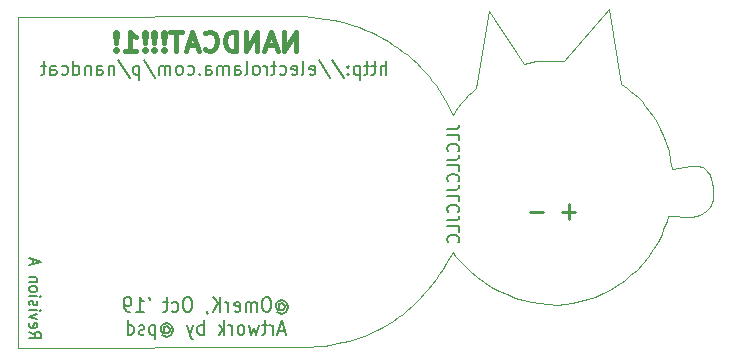
<source format=gbr>
G04 This is an RS-274x file exported by *
G04 gerbv version 2.6A *
G04 More information is available about gerbv at *
G04 http://gerbv.geda-project.org/ *
G04 --End of header info--*
%MOIN*%
%FSLAX34Y34*%
%IPPOS*%
G04 --Define apertures--*
%ADD10C,0.0059*%
%ADD11C,0.0108*%
%ADD12C,0.0157*%
%ADD13C,0.0039*%
G04 --Start main section--*
G54D10*
G01X0010452Y-019305D02*
G01X0010639Y-019424D01*
G01X0010452Y-019508D02*
G01X0010846Y-019508D01*
G01X0010846Y-019508D02*
G01X0010846Y-019373D01*
G01X0010846Y-019373D02*
G01X0010827Y-019339D01*
G01X0010827Y-019339D02*
G01X0010808Y-019322D01*
G01X0010808Y-019322D02*
G01X0010771Y-019305D01*
G01X0010771Y-019305D02*
G01X0010714Y-019305D01*
G01X0010714Y-019305D02*
G01X0010677Y-019322D01*
G01X0010677Y-019322D02*
G01X0010658Y-019339D01*
G01X0010658Y-019339D02*
G01X0010639Y-019373D01*
G01X0010639Y-019373D02*
G01X0010639Y-019508D01*
G01X0010471Y-019019D02*
G01X0010452Y-019052D01*
G01X0010452Y-019052D02*
G01X0010452Y-019120D01*
G01X0010452Y-019120D02*
G01X0010471Y-019154D01*
G01X0010471Y-019154D02*
G01X0010508Y-019170D01*
G01X0010508Y-019170D02*
G01X0010658Y-019170D01*
G01X0010658Y-019170D02*
G01X0010696Y-019154D01*
G01X0010696Y-019154D02*
G01X0010714Y-019120D01*
G01X0010714Y-019120D02*
G01X0010714Y-019052D01*
G01X0010714Y-019052D02*
G01X0010696Y-019019D01*
G01X0010696Y-019019D02*
G01X0010658Y-019002D01*
G01X0010658Y-019002D02*
G01X0010621Y-019002D01*
G01X0010621Y-019002D02*
G01X0010583Y-019170D01*
G01X0010714Y-018884D02*
G01X0010452Y-018799D01*
G01X0010452Y-018799D02*
G01X0010714Y-018715D01*
G01X0010452Y-018580D02*
G01X0010714Y-018580D01*
G01X0010846Y-018580D02*
G01X0010827Y-018597D01*
G01X0010827Y-018597D02*
G01X0010808Y-018580D01*
G01X0010808Y-018580D02*
G01X0010827Y-018563D01*
G01X0010827Y-018563D02*
G01X0010846Y-018580D01*
G01X0010846Y-018580D02*
G01X0010808Y-018580D01*
G01X0010471Y-018428D02*
G01X0010452Y-018394D01*
G01X0010452Y-018394D02*
G01X0010452Y-018327D01*
G01X0010452Y-018327D02*
G01X0010471Y-018293D01*
G01X0010471Y-018293D02*
G01X0010508Y-018276D01*
G01X0010508Y-018276D02*
G01X0010527Y-018276D01*
G01X0010527Y-018276D02*
G01X0010564Y-018293D01*
G01X0010564Y-018293D02*
G01X0010583Y-018327D01*
G01X0010583Y-018327D02*
G01X0010583Y-018377D01*
G01X0010583Y-018377D02*
G01X0010602Y-018411D01*
G01X0010602Y-018411D02*
G01X0010639Y-018428D01*
G01X0010639Y-018428D02*
G01X0010658Y-018428D01*
G01X0010658Y-018428D02*
G01X0010696Y-018411D01*
G01X0010696Y-018411D02*
G01X0010714Y-018377D01*
G01X0010714Y-018377D02*
G01X0010714Y-018327D01*
G01X0010714Y-018327D02*
G01X0010696Y-018293D01*
G01X0010452Y-018124D02*
G01X0010714Y-018124D01*
G01X0010846Y-018124D02*
G01X0010827Y-018141D01*
G01X0010827Y-018141D02*
G01X0010808Y-018124D01*
G01X0010808Y-018124D02*
G01X0010827Y-018107D01*
G01X0010827Y-018107D02*
G01X0010846Y-018124D01*
G01X0010846Y-018124D02*
G01X0010808Y-018124D01*
G01X0010452Y-017905D02*
G01X0010471Y-017939D01*
G01X0010471Y-017939D02*
G01X0010489Y-017956D01*
G01X0010489Y-017956D02*
G01X0010527Y-017972D01*
G01X0010527Y-017972D02*
G01X0010639Y-017972D01*
G01X0010639Y-017972D02*
G01X0010677Y-017956D01*
G01X0010677Y-017956D02*
G01X0010696Y-017939D01*
G01X0010696Y-017939D02*
G01X0010714Y-017905D01*
G01X0010714Y-017905D02*
G01X0010714Y-017854D01*
G01X0010714Y-017854D02*
G01X0010696Y-017821D01*
G01X0010696Y-017821D02*
G01X0010677Y-017804D01*
G01X0010677Y-017804D02*
G01X0010639Y-017787D01*
G01X0010639Y-017787D02*
G01X0010527Y-017787D01*
G01X0010527Y-017787D02*
G01X0010489Y-017804D01*
G01X0010489Y-017804D02*
G01X0010471Y-017821D01*
G01X0010471Y-017821D02*
G01X0010452Y-017854D01*
G01X0010452Y-017854D02*
G01X0010452Y-017905D01*
G01X0010714Y-017635D02*
G01X0010452Y-017635D01*
G01X0010677Y-017635D02*
G01X0010696Y-017618D01*
G01X0010696Y-017618D02*
G01X0010714Y-017584D01*
G01X0010714Y-017584D02*
G01X0010714Y-017534D01*
G01X0010714Y-017534D02*
G01X0010696Y-017500D01*
G01X0010696Y-017500D02*
G01X0010658Y-017483D01*
G01X0010658Y-017483D02*
G01X0010452Y-017483D01*
G01X0010564Y-017061D02*
G01X0010564Y-016893D01*
G01X0010452Y-017095D02*
G01X0010846Y-016977D01*
G01X0010846Y-016977D02*
G01X0010452Y-016859D01*
G54D11*
G01X0027580Y-015304D02*
G01X0027145Y-015304D01*
G01X0028662Y-015304D02*
G01X0028227Y-015304D01*
G01X0028445Y-015559D02*
G01X0028445Y-015049D01*
G54D12*
G01X0019334Y-009931D02*
G01X0019334Y-009301D01*
G01X0019334Y-009301D02*
G01X0018952Y-009931D01*
G01X0018952Y-009931D02*
G01X0018952Y-009301D01*
G01X0018665Y-009751D02*
G01X0018346Y-009751D01*
G01X0018729Y-009931D02*
G01X0018506Y-009301D01*
G01X0018506Y-009301D02*
G01X0018283Y-009931D01*
G01X0018060Y-009931D02*
G01X0018060Y-009301D01*
G01X0018060Y-009301D02*
G01X0017677Y-009931D01*
G01X0017677Y-009931D02*
G01X0017677Y-009301D01*
G01X0017358Y-009931D02*
G01X0017358Y-009301D01*
G01X0017358Y-009301D02*
G01X0017199Y-009301D01*
G01X0017199Y-009301D02*
G01X0017103Y-009331D01*
G01X0017103Y-009331D02*
G01X0017040Y-009391D01*
G01X0017040Y-009391D02*
G01X0017008Y-009451D01*
G01X0017008Y-009451D02*
G01X0016976Y-009571D01*
G01X0016976Y-009571D02*
G01X0016976Y-009661D01*
G01X0016976Y-009661D02*
G01X0017008Y-009781D01*
G01X0017008Y-009781D02*
G01X0017040Y-009841D01*
G01X0017040Y-009841D02*
G01X0017103Y-009901D01*
G01X0017103Y-009901D02*
G01X0017199Y-009931D01*
G01X0017199Y-009931D02*
G01X0017358Y-009931D01*
G01X0016307Y-009871D02*
G01X0016339Y-009901D01*
G01X0016339Y-009901D02*
G01X0016434Y-009931D01*
G01X0016434Y-009931D02*
G01X0016498Y-009931D01*
G01X0016498Y-009931D02*
G01X0016594Y-009901D01*
G01X0016594Y-009901D02*
G01X0016657Y-009841D01*
G01X0016657Y-009841D02*
G01X0016689Y-009781D01*
G01X0016689Y-009781D02*
G01X0016721Y-009661D01*
G01X0016721Y-009661D02*
G01X0016721Y-009571D01*
G01X0016721Y-009571D02*
G01X0016689Y-009451D01*
G01X0016689Y-009451D02*
G01X0016657Y-009391D01*
G01X0016657Y-009391D02*
G01X0016594Y-009331D01*
G01X0016594Y-009331D02*
G01X0016498Y-009301D01*
G01X0016498Y-009301D02*
G01X0016434Y-009301D01*
G01X0016434Y-009301D02*
G01X0016339Y-009331D01*
G01X0016339Y-009331D02*
G01X0016307Y-009361D01*
G01X0016052Y-009751D02*
G01X0015733Y-009751D01*
G01X0016115Y-009931D02*
G01X0015892Y-009301D01*
G01X0015892Y-009301D02*
G01X0015669Y-009931D01*
G01X0015542Y-009301D02*
G01X0015159Y-009301D01*
G01X0015351Y-009931D02*
G01X0015351Y-009301D01*
G01X0014936Y-009871D02*
G01X0014904Y-009901D01*
G01X0014904Y-009901D02*
G01X0014936Y-009931D01*
G01X0014936Y-009931D02*
G01X0014968Y-009901D01*
G01X0014968Y-009901D02*
G01X0014936Y-009871D01*
G01X0014936Y-009871D02*
G01X0014936Y-009931D01*
G01X0014936Y-009691D02*
G01X0014968Y-009331D01*
G01X0014968Y-009331D02*
G01X0014936Y-009301D01*
G01X0014936Y-009301D02*
G01X0014904Y-009331D01*
G01X0014904Y-009331D02*
G01X0014936Y-009691D01*
G01X0014936Y-009691D02*
G01X0014936Y-009301D01*
G01X0014618Y-009871D02*
G01X0014586Y-009901D01*
G01X0014586Y-009901D02*
G01X0014618Y-009931D01*
G01X0014618Y-009931D02*
G01X0014649Y-009901D01*
G01X0014649Y-009901D02*
G01X0014618Y-009871D01*
G01X0014618Y-009871D02*
G01X0014618Y-009931D01*
G01X0014618Y-009691D02*
G01X0014649Y-009331D01*
G01X0014649Y-009331D02*
G01X0014618Y-009301D01*
G01X0014618Y-009301D02*
G01X0014586Y-009331D01*
G01X0014586Y-009331D02*
G01X0014618Y-009691D01*
G01X0014618Y-009691D02*
G01X0014618Y-009301D01*
G01X0014299Y-009871D02*
G01X0014267Y-009901D01*
G01X0014267Y-009901D02*
G01X0014299Y-009931D01*
G01X0014299Y-009931D02*
G01X0014331Y-009901D01*
G01X0014331Y-009901D02*
G01X0014299Y-009871D01*
G01X0014299Y-009871D02*
G01X0014299Y-009931D01*
G01X0014299Y-009691D02*
G01X0014331Y-009331D01*
G01X0014331Y-009331D02*
G01X0014299Y-009301D01*
G01X0014299Y-009301D02*
G01X0014267Y-009331D01*
G01X0014267Y-009331D02*
G01X0014299Y-009691D01*
G01X0014299Y-009691D02*
G01X0014299Y-009301D01*
G01X0013630Y-009931D02*
G01X0014012Y-009931D01*
G01X0013821Y-009931D02*
G01X0013821Y-009301D01*
G01X0013821Y-009301D02*
G01X0013885Y-009391D01*
G01X0013885Y-009391D02*
G01X0013948Y-009451D01*
G01X0013948Y-009451D02*
G01X0014012Y-009481D01*
G01X0013343Y-009871D02*
G01X0013311Y-009901D01*
G01X0013311Y-009901D02*
G01X0013343Y-009931D01*
G01X0013343Y-009931D02*
G01X0013375Y-009901D01*
G01X0013375Y-009901D02*
G01X0013343Y-009871D01*
G01X0013343Y-009871D02*
G01X0013343Y-009931D01*
G01X0013343Y-009691D02*
G01X0013375Y-009331D01*
G01X0013375Y-009331D02*
G01X0013343Y-009301D01*
G01X0013343Y-009301D02*
G01X0013311Y-009331D01*
G01X0013311Y-009331D02*
G01X0013343Y-009691D01*
G01X0013343Y-009691D02*
G01X0013343Y-009301D01*
G54D10*
G01X0018782Y-018404D02*
G01X0018803Y-018382D01*
G01X0018803Y-018382D02*
G01X0018844Y-018359D01*
G01X0018844Y-018359D02*
G01X0018885Y-018359D01*
G01X0018885Y-018359D02*
G01X0018927Y-018382D01*
G01X0018927Y-018382D02*
G01X0018947Y-018404D01*
G01X0018947Y-018404D02*
G01X0018968Y-018449D01*
G01X0018968Y-018449D02*
G01X0018968Y-018494D01*
G01X0018968Y-018494D02*
G01X0018947Y-018539D01*
G01X0018947Y-018539D02*
G01X0018927Y-018562D01*
G01X0018927Y-018562D02*
G01X0018885Y-018584D01*
G01X0018885Y-018584D02*
G01X0018844Y-018584D01*
G01X0018844Y-018584D02*
G01X0018803Y-018562D01*
G01X0018803Y-018562D02*
G01X0018782Y-018539D01*
G01X0018782Y-018359D02*
G01X0018782Y-018539D01*
G01X0018782Y-018539D02*
G01X0018762Y-018562D01*
G01X0018762Y-018562D02*
G01X0018741Y-018562D01*
G01X0018741Y-018562D02*
G01X0018700Y-018539D01*
G01X0018700Y-018539D02*
G01X0018679Y-018494D01*
G01X0018679Y-018494D02*
G01X0018679Y-018382D01*
G01X0018679Y-018382D02*
G01X0018720Y-018314D01*
G01X0018720Y-018314D02*
G01X0018782Y-018269D01*
G01X0018782Y-018269D02*
G01X0018865Y-018247D01*
G01X0018865Y-018247D02*
G01X0018947Y-018269D01*
G01X0018947Y-018269D02*
G01X0019009Y-018314D01*
G01X0019009Y-018314D02*
G01X0019050Y-018382D01*
G01X0019050Y-018382D02*
G01X0019071Y-018472D01*
G01X0019071Y-018472D02*
G01X0019050Y-018562D01*
G01X0019050Y-018562D02*
G01X0019009Y-018629D01*
G01X0019009Y-018629D02*
G01X0018947Y-018674D01*
G01X0018947Y-018674D02*
G01X0018865Y-018697D01*
G01X0018865Y-018697D02*
G01X0018782Y-018674D01*
G01X0018782Y-018674D02*
G01X0018720Y-018629D01*
G01X0018411Y-018157D02*
G01X0018329Y-018157D01*
G01X0018329Y-018157D02*
G01X0018287Y-018179D01*
G01X0018287Y-018179D02*
G01X0018246Y-018224D01*
G01X0018246Y-018224D02*
G01X0018226Y-018314D01*
G01X0018226Y-018314D02*
G01X0018226Y-018472D01*
G01X0018226Y-018472D02*
G01X0018246Y-018562D01*
G01X0018246Y-018562D02*
G01X0018287Y-018607D01*
G01X0018287Y-018607D02*
G01X0018329Y-018629D01*
G01X0018329Y-018629D02*
G01X0018411Y-018629D01*
G01X0018411Y-018629D02*
G01X0018452Y-018607D01*
G01X0018452Y-018607D02*
G01X0018494Y-018562D01*
G01X0018494Y-018562D02*
G01X0018514Y-018472D01*
G01X0018514Y-018472D02*
G01X0018514Y-018314D01*
G01X0018514Y-018314D02*
G01X0018494Y-018224D01*
G01X0018494Y-018224D02*
G01X0018452Y-018179D01*
G01X0018452Y-018179D02*
G01X0018411Y-018157D01*
G01X0018040Y-018629D02*
G01X0018040Y-018314D01*
G01X0018040Y-018359D02*
G01X0018019Y-018337D01*
G01X0018019Y-018337D02*
G01X0017978Y-018314D01*
G01X0017978Y-018314D02*
G01X0017916Y-018314D01*
G01X0017916Y-018314D02*
G01X0017875Y-018337D01*
G01X0017875Y-018337D02*
G01X0017854Y-018382D01*
G01X0017854Y-018382D02*
G01X0017854Y-018629D01*
G01X0017854Y-018382D02*
G01X0017834Y-018337D01*
G01X0017834Y-018337D02*
G01X0017792Y-018314D01*
G01X0017792Y-018314D02*
G01X0017731Y-018314D01*
G01X0017731Y-018314D02*
G01X0017689Y-018337D01*
G01X0017689Y-018337D02*
G01X0017669Y-018382D01*
G01X0017669Y-018382D02*
G01X0017669Y-018629D01*
G01X0017298Y-018607D02*
G01X0017339Y-018629D01*
G01X0017339Y-018629D02*
G01X0017421Y-018629D01*
G01X0017421Y-018629D02*
G01X0017463Y-018607D01*
G01X0017463Y-018607D02*
G01X0017483Y-018562D01*
G01X0017483Y-018562D02*
G01X0017483Y-018382D01*
G01X0017483Y-018382D02*
G01X0017463Y-018337D01*
G01X0017463Y-018337D02*
G01X0017421Y-018314D01*
G01X0017421Y-018314D02*
G01X0017339Y-018314D01*
G01X0017339Y-018314D02*
G01X0017298Y-018337D01*
G01X0017298Y-018337D02*
G01X0017277Y-018382D01*
G01X0017277Y-018382D02*
G01X0017277Y-018427D01*
G01X0017277Y-018427D02*
G01X0017483Y-018472D01*
G01X0017091Y-018629D02*
G01X0017091Y-018314D01*
G01X0017091Y-018404D02*
G01X0017071Y-018359D01*
G01X0017071Y-018359D02*
G01X0017050Y-018337D01*
G01X0017050Y-018337D02*
G01X0017009Y-018314D01*
G01X0017009Y-018314D02*
G01X0016968Y-018314D01*
G01X0016823Y-018629D02*
G01X0016823Y-018157D01*
G01X0016576Y-018629D02*
G01X0016761Y-018359D01*
G01X0016576Y-018157D02*
G01X0016823Y-018427D01*
G01X0016370Y-018607D02*
G01X0016370Y-018629D01*
G01X0016370Y-018629D02*
G01X0016390Y-018674D01*
G01X0016390Y-018674D02*
G01X0016411Y-018697D01*
G01X0015771Y-018157D02*
G01X0015689Y-018157D01*
G01X0015689Y-018157D02*
G01X0015648Y-018179D01*
G01X0015648Y-018179D02*
G01X0015606Y-018224D01*
G01X0015606Y-018224D02*
G01X0015586Y-018314D01*
G01X0015586Y-018314D02*
G01X0015586Y-018472D01*
G01X0015586Y-018472D02*
G01X0015606Y-018562D01*
G01X0015606Y-018562D02*
G01X0015648Y-018607D01*
G01X0015648Y-018607D02*
G01X0015689Y-018629D01*
G01X0015689Y-018629D02*
G01X0015771Y-018629D01*
G01X0015771Y-018629D02*
G01X0015813Y-018607D01*
G01X0015813Y-018607D02*
G01X0015854Y-018562D01*
G01X0015854Y-018562D02*
G01X0015875Y-018472D01*
G01X0015875Y-018472D02*
G01X0015875Y-018314D01*
G01X0015875Y-018314D02*
G01X0015854Y-018224D01*
G01X0015854Y-018224D02*
G01X0015813Y-018179D01*
G01X0015813Y-018179D02*
G01X0015771Y-018157D01*
G01X0015215Y-018607D02*
G01X0015256Y-018629D01*
G01X0015256Y-018629D02*
G01X0015338Y-018629D01*
G01X0015338Y-018629D02*
G01X0015380Y-018607D01*
G01X0015380Y-018607D02*
G01X0015400Y-018584D01*
G01X0015400Y-018584D02*
G01X0015421Y-018539D01*
G01X0015421Y-018539D02*
G01X0015421Y-018404D01*
G01X0015421Y-018404D02*
G01X0015400Y-018359D01*
G01X0015400Y-018359D02*
G01X0015380Y-018337D01*
G01X0015380Y-018337D02*
G01X0015338Y-018314D01*
G01X0015338Y-018314D02*
G01X0015256Y-018314D01*
G01X0015256Y-018314D02*
G01X0015215Y-018337D01*
G01X0015091Y-018314D02*
G01X0014926Y-018314D01*
G01X0015029Y-018157D02*
G01X0015029Y-018562D01*
G01X0015029Y-018562D02*
G01X0015008Y-018607D01*
G01X0015008Y-018607D02*
G01X0014967Y-018629D01*
G01X0014967Y-018629D02*
G01X0014926Y-018629D01*
G01X0014431Y-018157D02*
G01X0014472Y-018247D01*
G01X0014019Y-018629D02*
G01X0014266Y-018629D01*
G01X0014142Y-018629D02*
G01X0014142Y-018157D01*
G01X0014142Y-018157D02*
G01X0014184Y-018224D01*
G01X0014184Y-018224D02*
G01X0014225Y-018269D01*
G01X0014225Y-018269D02*
G01X0014266Y-018292D01*
G01X0013812Y-018629D02*
G01X0013730Y-018629D01*
G01X0013730Y-018629D02*
G01X0013689Y-018607D01*
G01X0013689Y-018607D02*
G01X0013668Y-018584D01*
G01X0013668Y-018584D02*
G01X0013627Y-018517D01*
G01X0013627Y-018517D02*
G01X0013606Y-018427D01*
G01X0013606Y-018427D02*
G01X0013606Y-018247D01*
G01X0013606Y-018247D02*
G01X0013627Y-018202D01*
G01X0013627Y-018202D02*
G01X0013647Y-018179D01*
G01X0013647Y-018179D02*
G01X0013689Y-018157D01*
G01X0013689Y-018157D02*
G01X0013771Y-018157D01*
G01X0013771Y-018157D02*
G01X0013812Y-018179D01*
G01X0013812Y-018179D02*
G01X0013833Y-018202D01*
G01X0013833Y-018202D02*
G01X0013854Y-018247D01*
G01X0013854Y-018247D02*
G01X0013854Y-018359D01*
G01X0013854Y-018359D02*
G01X0013833Y-018404D01*
G01X0013833Y-018404D02*
G01X0013812Y-018427D01*
G01X0013812Y-018427D02*
G01X0013771Y-018449D01*
G01X0013771Y-018449D02*
G01X0013689Y-018449D01*
G01X0013689Y-018449D02*
G01X0013647Y-018427D01*
G01X0013647Y-018427D02*
G01X0013627Y-018404D01*
G01X0013627Y-018404D02*
G01X0013606Y-018359D01*
G01X0018968Y-019262D02*
G01X0018762Y-019262D01*
G01X0019009Y-019397D02*
G01X0018865Y-018924D01*
G01X0018865Y-018924D02*
G01X0018720Y-019397D01*
G01X0018576Y-019397D02*
G01X0018576Y-019082D01*
G01X0018576Y-019172D02*
G01X0018555Y-019127D01*
G01X0018555Y-019127D02*
G01X0018535Y-019104D01*
G01X0018535Y-019104D02*
G01X0018494Y-019082D01*
G01X0018494Y-019082D02*
G01X0018452Y-019082D01*
G01X0018370Y-019082D02*
G01X0018205Y-019082D01*
G01X0018308Y-018924D02*
G01X0018308Y-019329D01*
G01X0018308Y-019329D02*
G01X0018287Y-019374D01*
G01X0018287Y-019374D02*
G01X0018246Y-019397D01*
G01X0018246Y-019397D02*
G01X0018205Y-019397D01*
G01X0018102Y-019082D02*
G01X0018019Y-019397D01*
G01X0018019Y-019397D02*
G01X0017937Y-019172D01*
G01X0017937Y-019172D02*
G01X0017854Y-019397D01*
G01X0017854Y-019397D02*
G01X0017772Y-019082D01*
G01X0017545Y-019397D02*
G01X0017586Y-019374D01*
G01X0017586Y-019374D02*
G01X0017607Y-019352D01*
G01X0017607Y-019352D02*
G01X0017627Y-019307D01*
G01X0017627Y-019307D02*
G01X0017627Y-019172D01*
G01X0017627Y-019172D02*
G01X0017607Y-019127D01*
G01X0017607Y-019127D02*
G01X0017586Y-019104D01*
G01X0017586Y-019104D02*
G01X0017545Y-019082D01*
G01X0017545Y-019082D02*
G01X0017483Y-019082D01*
G01X0017483Y-019082D02*
G01X0017442Y-019104D01*
G01X0017442Y-019104D02*
G01X0017421Y-019127D01*
G01X0017421Y-019127D02*
G01X0017401Y-019172D01*
G01X0017401Y-019172D02*
G01X0017401Y-019307D01*
G01X0017401Y-019307D02*
G01X0017421Y-019352D01*
G01X0017421Y-019352D02*
G01X0017442Y-019374D01*
G01X0017442Y-019374D02*
G01X0017483Y-019397D01*
G01X0017483Y-019397D02*
G01X0017545Y-019397D01*
G01X0017215Y-019397D02*
G01X0017215Y-019082D01*
G01X0017215Y-019172D02*
G01X0017194Y-019127D01*
G01X0017194Y-019127D02*
G01X0017174Y-019104D01*
G01X0017174Y-019104D02*
G01X0017133Y-019082D01*
G01X0017133Y-019082D02*
G01X0017091Y-019082D01*
G01X0016947Y-019397D02*
G01X0016947Y-018924D01*
G01X0016906Y-019217D02*
G01X0016782Y-019397D01*
G01X0016782Y-019082D02*
G01X0016947Y-019262D01*
G01X0016266Y-019397D02*
G01X0016266Y-018924D01*
G01X0016266Y-019104D02*
G01X0016225Y-019082D01*
G01X0016225Y-019082D02*
G01X0016143Y-019082D01*
G01X0016143Y-019082D02*
G01X0016101Y-019104D01*
G01X0016101Y-019104D02*
G01X0016081Y-019127D01*
G01X0016081Y-019127D02*
G01X0016060Y-019172D01*
G01X0016060Y-019172D02*
G01X0016060Y-019307D01*
G01X0016060Y-019307D02*
G01X0016081Y-019352D01*
G01X0016081Y-019352D02*
G01X0016101Y-019374D01*
G01X0016101Y-019374D02*
G01X0016143Y-019397D01*
G01X0016143Y-019397D02*
G01X0016225Y-019397D01*
G01X0016225Y-019397D02*
G01X0016266Y-019374D01*
G01X0015916Y-019082D02*
G01X0015813Y-019397D01*
G01X0015710Y-019082D02*
G01X0015813Y-019397D01*
G01X0015813Y-019397D02*
G01X0015854Y-019509D01*
G01X0015854Y-019509D02*
G01X0015875Y-019532D01*
G01X0015875Y-019532D02*
G01X0015916Y-019554D01*
G01X0014947Y-019172D02*
G01X0014967Y-019149D01*
G01X0014967Y-019149D02*
G01X0015008Y-019127D01*
G01X0015008Y-019127D02*
G01X0015050Y-019127D01*
G01X0015050Y-019127D02*
G01X0015091Y-019149D01*
G01X0015091Y-019149D02*
G01X0015112Y-019172D01*
G01X0015112Y-019172D02*
G01X0015132Y-019217D01*
G01X0015132Y-019217D02*
G01X0015132Y-019262D01*
G01X0015132Y-019262D02*
G01X0015112Y-019307D01*
G01X0015112Y-019307D02*
G01X0015091Y-019329D01*
G01X0015091Y-019329D02*
G01X0015050Y-019352D01*
G01X0015050Y-019352D02*
G01X0015008Y-019352D01*
G01X0015008Y-019352D02*
G01X0014967Y-019329D01*
G01X0014967Y-019329D02*
G01X0014947Y-019307D01*
G01X0014947Y-019127D02*
G01X0014947Y-019307D01*
G01X0014947Y-019307D02*
G01X0014926Y-019329D01*
G01X0014926Y-019329D02*
G01X0014905Y-019329D01*
G01X0014905Y-019329D02*
G01X0014864Y-019307D01*
G01X0014864Y-019307D02*
G01X0014843Y-019262D01*
G01X0014843Y-019262D02*
G01X0014843Y-019149D01*
G01X0014843Y-019149D02*
G01X0014885Y-019082D01*
G01X0014885Y-019082D02*
G01X0014947Y-019037D01*
G01X0014947Y-019037D02*
G01X0015029Y-019014D01*
G01X0015029Y-019014D02*
G01X0015112Y-019037D01*
G01X0015112Y-019037D02*
G01X0015173Y-019082D01*
G01X0015173Y-019082D02*
G01X0015215Y-019149D01*
G01X0015215Y-019149D02*
G01X0015235Y-019239D01*
G01X0015235Y-019239D02*
G01X0015215Y-019329D01*
G01X0015215Y-019329D02*
G01X0015173Y-019397D01*
G01X0015173Y-019397D02*
G01X0015112Y-019442D01*
G01X0015112Y-019442D02*
G01X0015029Y-019464D01*
G01X0015029Y-019464D02*
G01X0014947Y-019442D01*
G01X0014947Y-019442D02*
G01X0014885Y-019397D01*
G01X0014658Y-019082D02*
G01X0014658Y-019554D01*
G01X0014658Y-019104D02*
G01X0014617Y-019082D01*
G01X0014617Y-019082D02*
G01X0014534Y-019082D01*
G01X0014534Y-019082D02*
G01X0014493Y-019104D01*
G01X0014493Y-019104D02*
G01X0014472Y-019127D01*
G01X0014472Y-019127D02*
G01X0014452Y-019172D01*
G01X0014452Y-019172D02*
G01X0014452Y-019307D01*
G01X0014452Y-019307D02*
G01X0014472Y-019352D01*
G01X0014472Y-019352D02*
G01X0014493Y-019374D01*
G01X0014493Y-019374D02*
G01X0014534Y-019397D01*
G01X0014534Y-019397D02*
G01X0014617Y-019397D01*
G01X0014617Y-019397D02*
G01X0014658Y-019374D01*
G01X0014287Y-019374D02*
G01X0014245Y-019397D01*
G01X0014245Y-019397D02*
G01X0014163Y-019397D01*
G01X0014163Y-019397D02*
G01X0014122Y-019374D01*
G01X0014122Y-019374D02*
G01X0014101Y-019329D01*
G01X0014101Y-019329D02*
G01X0014101Y-019307D01*
G01X0014101Y-019307D02*
G01X0014122Y-019262D01*
G01X0014122Y-019262D02*
G01X0014163Y-019239D01*
G01X0014163Y-019239D02*
G01X0014225Y-019239D01*
G01X0014225Y-019239D02*
G01X0014266Y-019217D01*
G01X0014266Y-019217D02*
G01X0014287Y-019172D01*
G01X0014287Y-019172D02*
G01X0014287Y-019149D01*
G01X0014287Y-019149D02*
G01X0014266Y-019104D01*
G01X0014266Y-019104D02*
G01X0014225Y-019082D01*
G01X0014225Y-019082D02*
G01X0014163Y-019082D01*
G01X0014163Y-019082D02*
G01X0014122Y-019104D01*
G01X0013730Y-019397D02*
G01X0013730Y-018924D01*
G01X0013730Y-019374D02*
G01X0013771Y-019397D01*
G01X0013771Y-019397D02*
G01X0013854Y-019397D01*
G01X0013854Y-019397D02*
G01X0013895Y-019374D01*
G01X0013895Y-019374D02*
G01X0013915Y-019352D01*
G01X0013915Y-019352D02*
G01X0013936Y-019307D01*
G01X0013936Y-019307D02*
G01X0013936Y-019172D01*
G01X0013936Y-019172D02*
G01X0013915Y-019127D01*
G01X0013915Y-019127D02*
G01X0013895Y-019104D01*
G01X0013895Y-019104D02*
G01X0013854Y-019082D01*
G01X0013854Y-019082D02*
G01X0013771Y-019082D01*
G01X0013771Y-019082D02*
G01X0013730Y-019104D01*
G01X0022357Y-010745D02*
G01X0022357Y-010273D01*
G01X0022171Y-010745D02*
G01X0022171Y-010498D01*
G01X0022171Y-010498D02*
G01X0022192Y-010453D01*
G01X0022192Y-010453D02*
G01X0022233Y-010430D01*
G01X0022233Y-010430D02*
G01X0022295Y-010430D01*
G01X0022295Y-010430D02*
G01X0022336Y-010453D01*
G01X0022336Y-010453D02*
G01X0022357Y-010475D01*
G01X0022027Y-010430D02*
G01X0021862Y-010430D01*
G01X0021965Y-010273D02*
G01X0021965Y-010678D01*
G01X0021965Y-010678D02*
G01X0021944Y-010723D01*
G01X0021944Y-010723D02*
G01X0021903Y-010745D01*
G01X0021903Y-010745D02*
G01X0021862Y-010745D01*
G01X0021779Y-010430D02*
G01X0021614Y-010430D01*
G01X0021717Y-010273D02*
G01X0021717Y-010678D01*
G01X0021717Y-010678D02*
G01X0021697Y-010723D01*
G01X0021697Y-010723D02*
G01X0021655Y-010745D01*
G01X0021655Y-010745D02*
G01X0021614Y-010745D01*
G01X0021470Y-010430D02*
G01X0021470Y-010903D01*
G01X0021470Y-010453D02*
G01X0021429Y-010430D01*
G01X0021429Y-010430D02*
G01X0021346Y-010430D01*
G01X0021346Y-010430D02*
G01X0021305Y-010453D01*
G01X0021305Y-010453D02*
G01X0021284Y-010475D01*
G01X0021284Y-010475D02*
G01X0021264Y-010520D01*
G01X0021264Y-010520D02*
G01X0021264Y-010655D01*
G01X0021264Y-010655D02*
G01X0021284Y-010700D01*
G01X0021284Y-010700D02*
G01X0021305Y-010723D01*
G01X0021305Y-010723D02*
G01X0021346Y-010745D01*
G01X0021346Y-010745D02*
G01X0021429Y-010745D01*
G01X0021429Y-010745D02*
G01X0021470Y-010723D01*
G01X0021078Y-010700D02*
G01X0021057Y-010723D01*
G01X0021057Y-010723D02*
G01X0021078Y-010745D01*
G01X0021078Y-010745D02*
G01X0021099Y-010723D01*
G01X0021099Y-010723D02*
G01X0021078Y-010700D01*
G01X0021078Y-010700D02*
G01X0021078Y-010745D01*
G01X0021078Y-010453D02*
G01X0021057Y-010475D01*
G01X0021057Y-010475D02*
G01X0021078Y-010498D01*
G01X0021078Y-010498D02*
G01X0021099Y-010475D01*
G01X0021099Y-010475D02*
G01X0021078Y-010453D01*
G01X0021078Y-010453D02*
G01X0021078Y-010498D01*
G01X0020562Y-010250D02*
G01X0020934Y-010858D01*
G01X0020109Y-010250D02*
G01X0020480Y-010858D01*
G01X0019799Y-010723D02*
G01X0019841Y-010745D01*
G01X0019841Y-010745D02*
G01X0019923Y-010745D01*
G01X0019923Y-010745D02*
G01X0019964Y-010723D01*
G01X0019964Y-010723D02*
G01X0019985Y-010678D01*
G01X0019985Y-010678D02*
G01X0019985Y-010498D01*
G01X0019985Y-010498D02*
G01X0019964Y-010453D01*
G01X0019964Y-010453D02*
G01X0019923Y-010430D01*
G01X0019923Y-010430D02*
G01X0019841Y-010430D01*
G01X0019841Y-010430D02*
G01X0019799Y-010453D01*
G01X0019799Y-010453D02*
G01X0019779Y-010498D01*
G01X0019779Y-010498D02*
G01X0019779Y-010543D01*
G01X0019779Y-010543D02*
G01X0019985Y-010588D01*
G01X0019531Y-010745D02*
G01X0019573Y-010723D01*
G01X0019573Y-010723D02*
G01X0019593Y-010678D01*
G01X0019593Y-010678D02*
G01X0019593Y-010273D01*
G01X0019201Y-010723D02*
G01X0019243Y-010745D01*
G01X0019243Y-010745D02*
G01X0019325Y-010745D01*
G01X0019325Y-010745D02*
G01X0019366Y-010723D01*
G01X0019366Y-010723D02*
G01X0019387Y-010678D01*
G01X0019387Y-010678D02*
G01X0019387Y-010498D01*
G01X0019387Y-010498D02*
G01X0019366Y-010453D01*
G01X0019366Y-010453D02*
G01X0019325Y-010430D01*
G01X0019325Y-010430D02*
G01X0019243Y-010430D01*
G01X0019243Y-010430D02*
G01X0019201Y-010453D01*
G01X0019201Y-010453D02*
G01X0019181Y-010498D01*
G01X0019181Y-010498D02*
G01X0019181Y-010543D01*
G01X0019181Y-010543D02*
G01X0019387Y-010588D01*
G01X0018810Y-010723D02*
G01X0018851Y-010745D01*
G01X0018851Y-010745D02*
G01X0018933Y-010745D01*
G01X0018933Y-010745D02*
G01X0018975Y-010723D01*
G01X0018975Y-010723D02*
G01X0018995Y-010700D01*
G01X0018995Y-010700D02*
G01X0019016Y-010655D01*
G01X0019016Y-010655D02*
G01X0019016Y-010520D01*
G01X0019016Y-010520D02*
G01X0018995Y-010475D01*
G01X0018995Y-010475D02*
G01X0018975Y-010453D01*
G01X0018975Y-010453D02*
G01X0018933Y-010430D01*
G01X0018933Y-010430D02*
G01X0018851Y-010430D01*
G01X0018851Y-010430D02*
G01X0018810Y-010453D01*
G01X0018686Y-010430D02*
G01X0018521Y-010430D01*
G01X0018624Y-010273D02*
G01X0018624Y-010678D01*
G01X0018624Y-010678D02*
G01X0018603Y-010723D01*
G01X0018603Y-010723D02*
G01X0018562Y-010745D01*
G01X0018562Y-010745D02*
G01X0018521Y-010745D01*
G01X0018376Y-010745D02*
G01X0018376Y-010430D01*
G01X0018376Y-010520D02*
G01X0018356Y-010475D01*
G01X0018356Y-010475D02*
G01X0018335Y-010453D01*
G01X0018335Y-010453D02*
G01X0018294Y-010430D01*
G01X0018294Y-010430D02*
G01X0018253Y-010430D01*
G01X0018046Y-010745D02*
G01X0018088Y-010723D01*
G01X0018088Y-010723D02*
G01X0018108Y-010700D01*
G01X0018108Y-010700D02*
G01X0018129Y-010655D01*
G01X0018129Y-010655D02*
G01X0018129Y-010520D01*
G01X0018129Y-010520D02*
G01X0018108Y-010475D01*
G01X0018108Y-010475D02*
G01X0018088Y-010453D01*
G01X0018088Y-010453D02*
G01X0018046Y-010430D01*
G01X0018046Y-010430D02*
G01X0017985Y-010430D01*
G01X0017985Y-010430D02*
G01X0017943Y-010453D01*
G01X0017943Y-010453D02*
G01X0017923Y-010475D01*
G01X0017923Y-010475D02*
G01X0017902Y-010520D01*
G01X0017902Y-010520D02*
G01X0017902Y-010655D01*
G01X0017902Y-010655D02*
G01X0017923Y-010700D01*
G01X0017923Y-010700D02*
G01X0017943Y-010723D01*
G01X0017943Y-010723D02*
G01X0017985Y-010745D01*
G01X0017985Y-010745D02*
G01X0018046Y-010745D01*
G01X0017655Y-010745D02*
G01X0017696Y-010723D01*
G01X0017696Y-010723D02*
G01X0017717Y-010678D01*
G01X0017717Y-010678D02*
G01X0017717Y-010273D01*
G01X0017304Y-010745D02*
G01X0017304Y-010498D01*
G01X0017304Y-010498D02*
G01X0017325Y-010453D01*
G01X0017325Y-010453D02*
G01X0017366Y-010430D01*
G01X0017366Y-010430D02*
G01X0017448Y-010430D01*
G01X0017448Y-010430D02*
G01X0017490Y-010453D01*
G01X0017304Y-010723D02*
G01X0017345Y-010745D01*
G01X0017345Y-010745D02*
G01X0017448Y-010745D01*
G01X0017448Y-010745D02*
G01X0017490Y-010723D01*
G01X0017490Y-010723D02*
G01X0017510Y-010678D01*
G01X0017510Y-010678D02*
G01X0017510Y-010633D01*
G01X0017510Y-010633D02*
G01X0017490Y-010588D01*
G01X0017490Y-010588D02*
G01X0017448Y-010565D01*
G01X0017448Y-010565D02*
G01X0017345Y-010565D01*
G01X0017345Y-010565D02*
G01X0017304Y-010543D01*
G01X0017098Y-010745D02*
G01X0017098Y-010430D01*
G01X0017098Y-010475D02*
G01X0017077Y-010453D01*
G01X0017077Y-010453D02*
G01X0017036Y-010430D01*
G01X0017036Y-010430D02*
G01X0016974Y-010430D01*
G01X0016974Y-010430D02*
G01X0016933Y-010453D01*
G01X0016933Y-010453D02*
G01X0016912Y-010498D01*
G01X0016912Y-010498D02*
G01X0016912Y-010745D01*
G01X0016912Y-010498D02*
G01X0016892Y-010453D01*
G01X0016892Y-010453D02*
G01X0016850Y-010430D01*
G01X0016850Y-010430D02*
G01X0016789Y-010430D01*
G01X0016789Y-010430D02*
G01X0016747Y-010453D01*
G01X0016747Y-010453D02*
G01X0016727Y-010498D01*
G01X0016727Y-010498D02*
G01X0016727Y-010745D01*
G01X0016335Y-010745D02*
G01X0016335Y-010498D01*
G01X0016335Y-010498D02*
G01X0016355Y-010453D01*
G01X0016355Y-010453D02*
G01X0016397Y-010430D01*
G01X0016397Y-010430D02*
G01X0016479Y-010430D01*
G01X0016479Y-010430D02*
G01X0016520Y-010453D01*
G01X0016335Y-010723D02*
G01X0016376Y-010745D01*
G01X0016376Y-010745D02*
G01X0016479Y-010745D01*
G01X0016479Y-010745D02*
G01X0016520Y-010723D01*
G01X0016520Y-010723D02*
G01X0016541Y-010678D01*
G01X0016541Y-010678D02*
G01X0016541Y-010633D01*
G01X0016541Y-010633D02*
G01X0016520Y-010588D01*
G01X0016520Y-010588D02*
G01X0016479Y-010565D01*
G01X0016479Y-010565D02*
G01X0016376Y-010565D01*
G01X0016376Y-010565D02*
G01X0016335Y-010543D01*
G01X0016129Y-010700D02*
G01X0016108Y-010723D01*
G01X0016108Y-010723D02*
G01X0016129Y-010745D01*
G01X0016129Y-010745D02*
G01X0016149Y-010723D01*
G01X0016149Y-010723D02*
G01X0016129Y-010700D01*
G01X0016129Y-010700D02*
G01X0016129Y-010745D01*
G01X0015737Y-010723D02*
G01X0015778Y-010745D01*
G01X0015778Y-010745D02*
G01X0015861Y-010745D01*
G01X0015861Y-010745D02*
G01X0015902Y-010723D01*
G01X0015902Y-010723D02*
G01X0015922Y-010700D01*
G01X0015922Y-010700D02*
G01X0015943Y-010655D01*
G01X0015943Y-010655D02*
G01X0015943Y-010520D01*
G01X0015943Y-010520D02*
G01X0015922Y-010475D01*
G01X0015922Y-010475D02*
G01X0015902Y-010453D01*
G01X0015902Y-010453D02*
G01X0015861Y-010430D01*
G01X0015861Y-010430D02*
G01X0015778Y-010430D01*
G01X0015778Y-010430D02*
G01X0015737Y-010453D01*
G01X0015489Y-010745D02*
G01X0015531Y-010723D01*
G01X0015531Y-010723D02*
G01X0015551Y-010700D01*
G01X0015551Y-010700D02*
G01X0015572Y-010655D01*
G01X0015572Y-010655D02*
G01X0015572Y-010520D01*
G01X0015572Y-010520D02*
G01X0015551Y-010475D01*
G01X0015551Y-010475D02*
G01X0015531Y-010453D01*
G01X0015531Y-010453D02*
G01X0015489Y-010430D01*
G01X0015489Y-010430D02*
G01X0015427Y-010430D01*
G01X0015427Y-010430D02*
G01X0015386Y-010453D01*
G01X0015386Y-010453D02*
G01X0015366Y-010475D01*
G01X0015366Y-010475D02*
G01X0015345Y-010520D01*
G01X0015345Y-010520D02*
G01X0015345Y-010655D01*
G01X0015345Y-010655D02*
G01X0015366Y-010700D01*
G01X0015366Y-010700D02*
G01X0015386Y-010723D01*
G01X0015386Y-010723D02*
G01X0015427Y-010745D01*
G01X0015427Y-010745D02*
G01X0015489Y-010745D01*
G01X0015159Y-010745D02*
G01X0015159Y-010430D01*
G01X0015159Y-010475D02*
G01X0015139Y-010453D01*
G01X0015139Y-010453D02*
G01X0015097Y-010430D01*
G01X0015097Y-010430D02*
G01X0015036Y-010430D01*
G01X0015036Y-010430D02*
G01X0014994Y-010453D01*
G01X0014994Y-010453D02*
G01X0014974Y-010498D01*
G01X0014974Y-010498D02*
G01X0014974Y-010745D01*
G01X0014974Y-010498D02*
G01X0014953Y-010453D01*
G01X0014953Y-010453D02*
G01X0014912Y-010430D01*
G01X0014912Y-010430D02*
G01X0014850Y-010430D01*
G01X0014850Y-010430D02*
G01X0014809Y-010453D01*
G01X0014809Y-010453D02*
G01X0014788Y-010498D01*
G01X0014788Y-010498D02*
G01X0014788Y-010745D01*
G01X0014273Y-010250D02*
G01X0014644Y-010858D01*
G01X0014128Y-010430D02*
G01X0014128Y-010903D01*
G01X0014128Y-010453D02*
G01X0014087Y-010430D01*
G01X0014087Y-010430D02*
G01X0014004Y-010430D01*
G01X0014004Y-010430D02*
G01X0013963Y-010453D01*
G01X0013963Y-010453D02*
G01X0013943Y-010475D01*
G01X0013943Y-010475D02*
G01X0013922Y-010520D01*
G01X0013922Y-010520D02*
G01X0013922Y-010655D01*
G01X0013922Y-010655D02*
G01X0013943Y-010700D01*
G01X0013943Y-010700D02*
G01X0013963Y-010723D01*
G01X0013963Y-010723D02*
G01X0014004Y-010745D01*
G01X0014004Y-010745D02*
G01X0014087Y-010745D01*
G01X0014087Y-010745D02*
G01X0014128Y-010723D01*
G01X0013427Y-010250D02*
G01X0013798Y-010858D01*
G01X0013283Y-010430D02*
G01X0013283Y-010745D01*
G01X0013283Y-010475D02*
G01X0013262Y-010453D01*
G01X0013262Y-010453D02*
G01X0013221Y-010430D01*
G01X0013221Y-010430D02*
G01X0013159Y-010430D01*
G01X0013159Y-010430D02*
G01X0013118Y-010453D01*
G01X0013118Y-010453D02*
G01X0013097Y-010498D01*
G01X0013097Y-010498D02*
G01X0013097Y-010745D01*
G01X0012705Y-010745D02*
G01X0012705Y-010498D01*
G01X0012705Y-010498D02*
G01X0012726Y-010453D01*
G01X0012726Y-010453D02*
G01X0012767Y-010430D01*
G01X0012767Y-010430D02*
G01X0012850Y-010430D01*
G01X0012850Y-010430D02*
G01X0012891Y-010453D01*
G01X0012705Y-010723D02*
G01X0012747Y-010745D01*
G01X0012747Y-010745D02*
G01X0012850Y-010745D01*
G01X0012850Y-010745D02*
G01X0012891Y-010723D01*
G01X0012891Y-010723D02*
G01X0012912Y-010678D01*
G01X0012912Y-010678D02*
G01X0012912Y-010633D01*
G01X0012912Y-010633D02*
G01X0012891Y-010588D01*
G01X0012891Y-010588D02*
G01X0012850Y-010565D01*
G01X0012850Y-010565D02*
G01X0012747Y-010565D01*
G01X0012747Y-010565D02*
G01X0012705Y-010543D01*
G01X0012499Y-010430D02*
G01X0012499Y-010745D01*
G01X0012499Y-010475D02*
G01X0012478Y-010453D01*
G01X0012478Y-010453D02*
G01X0012437Y-010430D01*
G01X0012437Y-010430D02*
G01X0012375Y-010430D01*
G01X0012375Y-010430D02*
G01X0012334Y-010453D01*
G01X0012334Y-010453D02*
G01X0012313Y-010498D01*
G01X0012313Y-010498D02*
G01X0012313Y-010745D01*
G01X0011922Y-010745D02*
G01X0011922Y-010273D01*
G01X0011922Y-010723D02*
G01X0011963Y-010745D01*
G01X0011963Y-010745D02*
G01X0012045Y-010745D01*
G01X0012045Y-010745D02*
G01X0012087Y-010723D01*
G01X0012087Y-010723D02*
G01X0012107Y-010700D01*
G01X0012107Y-010700D02*
G01X0012128Y-010655D01*
G01X0012128Y-010655D02*
G01X0012128Y-010520D01*
G01X0012128Y-010520D02*
G01X0012107Y-010475D01*
G01X0012107Y-010475D02*
G01X0012087Y-010453D01*
G01X0012087Y-010453D02*
G01X0012045Y-010430D01*
G01X0012045Y-010430D02*
G01X0011963Y-010430D01*
G01X0011963Y-010430D02*
G01X0011922Y-010453D01*
G01X0011530Y-010723D02*
G01X0011571Y-010745D01*
G01X0011571Y-010745D02*
G01X0011654Y-010745D01*
G01X0011654Y-010745D02*
G01X0011695Y-010723D01*
G01X0011695Y-010723D02*
G01X0011715Y-010700D01*
G01X0011715Y-010700D02*
G01X0011736Y-010655D01*
G01X0011736Y-010655D02*
G01X0011736Y-010520D01*
G01X0011736Y-010520D02*
G01X0011715Y-010475D01*
G01X0011715Y-010475D02*
G01X0011695Y-010453D01*
G01X0011695Y-010453D02*
G01X0011654Y-010430D01*
G01X0011654Y-010430D02*
G01X0011571Y-010430D01*
G01X0011571Y-010430D02*
G01X0011530Y-010453D01*
G01X0011159Y-010745D02*
G01X0011159Y-010498D01*
G01X0011159Y-010498D02*
G01X0011179Y-010453D01*
G01X0011179Y-010453D02*
G01X0011220Y-010430D01*
G01X0011220Y-010430D02*
G01X0011303Y-010430D01*
G01X0011303Y-010430D02*
G01X0011344Y-010453D01*
G01X0011159Y-010723D02*
G01X0011200Y-010745D01*
G01X0011200Y-010745D02*
G01X0011303Y-010745D01*
G01X0011303Y-010745D02*
G01X0011344Y-010723D01*
G01X0011344Y-010723D02*
G01X0011365Y-010678D01*
G01X0011365Y-010678D02*
G01X0011365Y-010633D01*
G01X0011365Y-010633D02*
G01X0011344Y-010588D01*
G01X0011344Y-010588D02*
G01X0011303Y-010565D01*
G01X0011303Y-010565D02*
G01X0011200Y-010565D01*
G01X0011200Y-010565D02*
G01X0011159Y-010543D01*
G01X0011014Y-010430D02*
G01X0010849Y-010430D01*
G01X0010952Y-010273D02*
G01X0010952Y-010678D01*
G01X0010952Y-010678D02*
G01X0010932Y-010723D01*
G01X0010932Y-010723D02*
G01X0010891Y-010745D01*
G01X0010891Y-010745D02*
G01X0010849Y-010745D01*
G01X0024391Y-012552D02*
G01X0024672Y-012552D01*
G01X0024672Y-012552D02*
G01X0024728Y-012533D01*
G01X0024728Y-012533D02*
G01X0024766Y-012495D01*
G01X0024766Y-012495D02*
G01X0024784Y-012439D01*
G01X0024784Y-012439D02*
G01X0024784Y-012402D01*
G01X0024784Y-012927D02*
G01X0024784Y-012739D01*
G01X0024784Y-012739D02*
G01X0024391Y-012739D01*
G01X0024747Y-013283D02*
G01X0024766Y-013264D01*
G01X0024766Y-013264D02*
G01X0024784Y-013208D01*
G01X0024784Y-013208D02*
G01X0024784Y-013170D01*
G01X0024784Y-013170D02*
G01X0024766Y-013114D01*
G01X0024766Y-013114D02*
G01X0024728Y-013076D01*
G01X0024728Y-013076D02*
G01X0024691Y-013058D01*
G01X0024691Y-013058D02*
G01X0024616Y-013039D01*
G01X0024616Y-013039D02*
G01X0024559Y-013039D01*
G01X0024559Y-013039D02*
G01X0024484Y-013058D01*
G01X0024484Y-013058D02*
G01X0024447Y-013076D01*
G01X0024447Y-013076D02*
G01X0024409Y-013114D01*
G01X0024409Y-013114D02*
G01X0024391Y-013170D01*
G01X0024391Y-013170D02*
G01X0024391Y-013208D01*
G01X0024391Y-013208D02*
G01X0024409Y-013264D01*
G01X0024409Y-013264D02*
G01X0024428Y-013283D01*
G01X0024391Y-013564D02*
G01X0024672Y-013564D01*
G01X0024672Y-013564D02*
G01X0024728Y-013545D01*
G01X0024728Y-013545D02*
G01X0024766Y-013508D01*
G01X0024766Y-013508D02*
G01X0024784Y-013451D01*
G01X0024784Y-013451D02*
G01X0024784Y-013414D01*
G01X0024784Y-013939D02*
G01X0024784Y-013751D01*
G01X0024784Y-013751D02*
G01X0024391Y-013751D01*
G01X0024747Y-014295D02*
G01X0024766Y-014276D01*
G01X0024766Y-014276D02*
G01X0024784Y-014220D01*
G01X0024784Y-014220D02*
G01X0024784Y-014183D01*
G01X0024784Y-014183D02*
G01X0024766Y-014126D01*
G01X0024766Y-014126D02*
G01X0024728Y-014089D01*
G01X0024728Y-014089D02*
G01X0024691Y-014070D01*
G01X0024691Y-014070D02*
G01X0024616Y-014051D01*
G01X0024616Y-014051D02*
G01X0024559Y-014051D01*
G01X0024559Y-014051D02*
G01X0024484Y-014070D01*
G01X0024484Y-014070D02*
G01X0024447Y-014089D01*
G01X0024447Y-014089D02*
G01X0024409Y-014126D01*
G01X0024409Y-014126D02*
G01X0024391Y-014183D01*
G01X0024391Y-014183D02*
G01X0024391Y-014220D01*
G01X0024391Y-014220D02*
G01X0024409Y-014276D01*
G01X0024409Y-014276D02*
G01X0024428Y-014295D01*
G01X0024391Y-014576D02*
G01X0024672Y-014576D01*
G01X0024672Y-014576D02*
G01X0024728Y-014558D01*
G01X0024728Y-014558D02*
G01X0024766Y-014520D01*
G01X0024766Y-014520D02*
G01X0024784Y-014464D01*
G01X0024784Y-014464D02*
G01X0024784Y-014426D01*
G01X0024784Y-014951D02*
G01X0024784Y-014764D01*
G01X0024784Y-014764D02*
G01X0024391Y-014764D01*
G01X0024747Y-015307D02*
G01X0024766Y-015289D01*
G01X0024766Y-015289D02*
G01X0024784Y-015232D01*
G01X0024784Y-015232D02*
G01X0024784Y-015195D01*
G01X0024784Y-015195D02*
G01X0024766Y-015139D01*
G01X0024766Y-015139D02*
G01X0024728Y-015101D01*
G01X0024728Y-015101D02*
G01X0024691Y-015082D01*
G01X0024691Y-015082D02*
G01X0024616Y-015064D01*
G01X0024616Y-015064D02*
G01X0024559Y-015064D01*
G01X0024559Y-015064D02*
G01X0024484Y-015082D01*
G01X0024484Y-015082D02*
G01X0024447Y-015101D01*
G01X0024447Y-015101D02*
G01X0024409Y-015139D01*
G01X0024409Y-015139D02*
G01X0024391Y-015195D01*
G01X0024391Y-015195D02*
G01X0024391Y-015232D01*
G01X0024391Y-015232D02*
G01X0024409Y-015289D01*
G01X0024409Y-015289D02*
G01X0024428Y-015307D01*
G01X0024391Y-015589D02*
G01X0024672Y-015589D01*
G01X0024672Y-015589D02*
G01X0024728Y-015570D01*
G01X0024728Y-015570D02*
G01X0024766Y-015532D01*
G01X0024766Y-015532D02*
G01X0024784Y-015476D01*
G01X0024784Y-015476D02*
G01X0024784Y-015439D01*
G01X0024784Y-015964D02*
G01X0024784Y-015776D01*
G01X0024784Y-015776D02*
G01X0024391Y-015776D01*
G01X0024747Y-016320D02*
G01X0024766Y-016301D01*
G01X0024766Y-016301D02*
G01X0024784Y-016245D01*
G01X0024784Y-016245D02*
G01X0024784Y-016207D01*
G01X0024784Y-016207D02*
G01X0024766Y-016151D01*
G01X0024766Y-016151D02*
G01X0024728Y-016114D01*
G01X0024728Y-016114D02*
G01X0024691Y-016095D01*
G01X0024691Y-016095D02*
G01X0024616Y-016076D01*
G01X0024616Y-016076D02*
G01X0024559Y-016076D01*
G01X0024559Y-016076D02*
G01X0024484Y-016095D01*
G01X0024484Y-016095D02*
G01X0024447Y-016114D01*
G01X0024447Y-016114D02*
G01X0024409Y-016151D01*
G01X0024409Y-016151D02*
G01X0024391Y-016207D01*
G01X0024391Y-016207D02*
G01X0024391Y-016245D01*
G01X0024391Y-016245D02*
G01X0024409Y-016301D01*
G01X0024409Y-016301D02*
G01X0024428Y-016320D01*
G54D13*
G01X0033237Y-014914D02*
G01X0033215Y-014992D01*
G01X0030994Y-011770D02*
G01X0031125Y-011936D01*
G01X0033083Y-015217D02*
G01X0033011Y-015284D01*
G01X0032922Y-015345D02*
G01X0032815Y-015398D01*
G01X0032815Y-015398D02*
G01X0032687Y-015441D01*
G01X0032687Y-015441D02*
G01X0032537Y-015473D01*
G01X0031249Y-016559D02*
G01X0031081Y-016798D01*
G01X0031081Y-016798D02*
G01X0030899Y-017022D01*
G01X0031125Y-011936D02*
G01X0031252Y-012117D01*
G01X0032769Y-013780D02*
G01X0032837Y-013797D01*
G01X0033011Y-015284D02*
G01X0032922Y-015345D01*
G01X0033226Y-014335D02*
G01X0033250Y-014492D01*
G01X0030899Y-017022D02*
G01X0030702Y-017230D01*
G01X0031741Y-015449D02*
G01X0031697Y-015601D01*
G01X0032614Y-013772D02*
G01X0032695Y-013771D01*
G01X0031400Y-016304D02*
G01X0031249Y-016559D01*
G01X0031593Y-015893D02*
G01X0031533Y-016034D01*
G01X0031648Y-015749D02*
G01X0031593Y-015893D01*
G01X0030702Y-017230D02*
G01X0030494Y-017422D01*
G01X0030494Y-017422D02*
G01X0030275Y-017597D01*
G01X0031873Y-013866D02*
G01X0032527Y-013782D01*
G01X0032956Y-013857D02*
G01X0033007Y-013898D01*
G01X0031697Y-015601D02*
G01X0031648Y-015749D01*
G01X0031828Y-013562D02*
G01X0031873Y-013866D01*
G01X0029568Y-018023D02*
G01X0029321Y-018131D01*
G01X0029321Y-018131D02*
G01X0029069Y-018221D01*
G01X0033007Y-013898D02*
G01X0033053Y-013945D01*
G01X0032537Y-015473D02*
G01X0031741Y-015449D01*
G01X0033129Y-014057D02*
G01X0033160Y-014121D01*
G01X0033093Y-013998D02*
G01X0033129Y-014057D01*
G01X0033140Y-015145D02*
G01X0033083Y-015217D01*
G01X0029069Y-018221D02*
G01X0028816Y-018294D01*
G01X0028816Y-018294D02*
G01X0028561Y-018348D01*
G01X0028561Y-018348D02*
G01X0028302Y-018383D01*
G01X0031764Y-013277D02*
G01X0031828Y-013562D01*
G01X0032527Y-013782D02*
G01X0032614Y-013772D01*
G01X0033053Y-013945D02*
G01X0033093Y-013998D01*
G01X0033250Y-014492D02*
G01X0033258Y-014695D01*
G01X0033160Y-014121D02*
G01X0033186Y-014189D01*
G01X0030047Y-017756D02*
G01X0029811Y-017898D01*
G01X0033258Y-014695D02*
G01X0033250Y-014838D01*
G01X0033184Y-015069D02*
G01X0033140Y-015145D01*
G01X0030275Y-017597D02*
G01X0030047Y-017756D01*
G01X0029811Y-017898D02*
G01X0029568Y-018023D01*
G01X0030863Y-011621D02*
G01X0030994Y-011770D01*
G01X0032695Y-013771D02*
G01X0032769Y-013780D01*
G01X0030733Y-011487D02*
G01X0030863Y-011621D01*
G01X0031533Y-016034D02*
G01X0031400Y-016304D01*
G01X0031373Y-012315D02*
G01X0031487Y-012530D01*
G01X0033215Y-014992D02*
G01X0033184Y-015069D01*
G01X0031487Y-012530D02*
G01X0031592Y-012761D01*
G01X0033186Y-014189D02*
G01X0033226Y-014335D01*
G01X0031685Y-013010D02*
G01X0031764Y-013277D01*
G01X0031252Y-012117D02*
G01X0031373Y-012315D01*
G01X0031592Y-012761D02*
G01X0031685Y-013010D01*
G01X0032837Y-013797D02*
G01X0032899Y-013823D01*
G01X0032899Y-013823D02*
G01X0032956Y-013857D01*
G01X0033250Y-014838D02*
G01X0033237Y-014914D01*
G01X0020042Y-019786D02*
G01X0019813Y-019801D01*
G01X0023881Y-017714D02*
G01X0023753Y-017873D01*
G01X0019094Y-019803D02*
G01X0010079Y-019842D01*
G01X0010079Y-019842D02*
G01X0010079Y-019842D01*
G01X0027485Y-018361D02*
G01X0027207Y-018313D01*
G01X0028035Y-018396D02*
G01X0027762Y-018389D01*
G01X0023753Y-017873D02*
G01X0023620Y-018026D01*
G01X0021881Y-019318D02*
G01X0021696Y-019398D01*
G01X0024354Y-017027D02*
G01X0024242Y-017207D01*
G01X0027207Y-018313D02*
G01X0026928Y-018247D01*
G01X0019813Y-019801D02*
G01X0019579Y-019810D01*
G01X0025853Y-017801D02*
G01X0025604Y-017647D01*
G01X0022238Y-019139D02*
G01X0022062Y-019232D01*
G01X0025604Y-017647D02*
G01X0025366Y-017478D01*
G01X0022576Y-018935D02*
G01X0022409Y-019040D01*
G01X0021312Y-019537D02*
G01X0021112Y-019596D01*
G01X0026652Y-018162D02*
G01X0026379Y-018059D01*
G01X0022738Y-018823D02*
G01X0022576Y-018935D01*
G01X0021112Y-019596D02*
G01X0020908Y-019649D01*
G01X0024651Y-016769D02*
G01X0024567Y-016654D01*
G01X0025141Y-017293D02*
G01X0024932Y-017094D01*
G01X0020699Y-019694D02*
G01X0020485Y-019732D01*
G01X0020485Y-019732D02*
G01X0020266Y-019762D01*
G01X0024567Y-016654D02*
G01X0024354Y-017027D01*
G01X0024242Y-017207D02*
G01X0024125Y-017381D01*
G01X0022896Y-018705D02*
G01X0022738Y-018823D01*
G01X0022409Y-019040D02*
G01X0022238Y-019139D01*
G01X0020908Y-019649D02*
G01X0020699Y-019694D01*
G01X0020266Y-019762D02*
G01X0020042Y-019786D01*
G01X0019579Y-019810D02*
G01X0019339Y-019810D01*
G01X0019339Y-019810D02*
G01X0019094Y-019803D01*
G01X0027762Y-018389D02*
G01X0027485Y-018361D01*
G01X0024740Y-016880D02*
G01X0024651Y-016769D01*
G01X0024005Y-017550D02*
G01X0023881Y-017714D01*
G01X0022062Y-019232D02*
G01X0021881Y-019318D01*
G01X0024125Y-017381D02*
G01X0024005Y-017550D01*
G01X0023484Y-018173D02*
G01X0023343Y-018315D01*
G01X0023343Y-018315D02*
G01X0023199Y-018451D01*
G01X0026928Y-018247D02*
G01X0026652Y-018162D01*
G01X0026379Y-018059D02*
G01X0026112Y-017938D01*
G01X0025366Y-017478D02*
G01X0025141Y-017293D01*
G01X0024932Y-017094D02*
G01X0024740Y-016880D01*
G01X0023620Y-018026D02*
G01X0023484Y-018173D01*
G01X0023199Y-018451D02*
G01X0023049Y-018581D01*
G01X0028302Y-018383D02*
G01X0028035Y-018396D01*
G01X0026112Y-017938D02*
G01X0025853Y-017801D01*
G01X0023049Y-018581D02*
G01X0022896Y-018705D01*
G01X0021696Y-019398D02*
G01X0021506Y-019471D01*
G01X0021506Y-019471D02*
G01X0021312Y-019537D01*
G01X0024720Y-011857D02*
G01X0024888Y-011642D01*
G01X0022743Y-009847D02*
G01X0022907Y-009968D01*
G01X0022398Y-009620D02*
G01X0022574Y-009731D01*
G01X0022217Y-009515D02*
G01X0022398Y-009620D01*
G01X0024003Y-011095D02*
G01X0024113Y-011252D01*
G01X0024216Y-011411D02*
G01X0024313Y-011572D01*
G01X0021010Y-009017D02*
G01X0021225Y-009082D01*
G01X0020332Y-008865D02*
G01X0020563Y-008907D01*
G01X0010079Y-019842D02*
G01X0010079Y-008819D01*
G01X0022907Y-009968D02*
G01X0023065Y-010095D01*
G01X0024113Y-011252D02*
G01X0024216Y-011411D01*
G01X0022574Y-009731D02*
G01X0022743Y-009847D01*
G01X0024313Y-011572D02*
G01X0024404Y-011736D01*
G01X0024566Y-012068D02*
G01X0024720Y-011857D01*
G01X0023217Y-010226D02*
G01X0023364Y-010361D01*
G01X0021837Y-009322D02*
G01X0022030Y-009415D01*
G01X0021434Y-009155D02*
G01X0021638Y-009235D01*
G01X0024404Y-011736D02*
G01X0024488Y-011901D01*
G01X0023364Y-010361D02*
G01X0023504Y-010501D01*
G01X0024888Y-011642D02*
G01X0024985Y-011532D01*
G01X0021225Y-009082D02*
G01X0021434Y-009155D01*
G01X0010079Y-008819D02*
G01X0019094Y-008780D01*
G01X0023504Y-010501D02*
G01X0023638Y-010644D01*
G01X0025354Y-011181D02*
G01X0025787Y-008622D01*
G01X0025787Y-008622D02*
G01X0026945Y-010376D01*
G01X0020789Y-008958D02*
G01X0021010Y-009017D01*
G01X0026945Y-010376D02*
G01X0027079Y-010341D01*
G01X0027079Y-010341D02*
G01X0027215Y-010315D01*
G01X0025092Y-011419D02*
G01X0025215Y-011302D01*
G01X0027215Y-010315D02*
G01X0027358Y-010295D01*
G01X0027675Y-010274D02*
G01X0027855Y-010274D01*
G01X0021638Y-009235D02*
G01X0021837Y-009322D01*
G01X0027855Y-010274D02*
G01X0028277Y-010290D01*
G01X0028277Y-010290D02*
G01X0029764Y-008543D01*
G01X0029764Y-008543D02*
G01X0030175Y-011034D01*
G01X0023065Y-010095D02*
G01X0023217Y-010226D01*
G01X0024488Y-011901D02*
G01X0024566Y-012068D01*
G01X0023888Y-010942D02*
G01X0024003Y-011095D01*
G01X0019352Y-008779D02*
G01X0019605Y-008787D01*
G01X0030175Y-011034D02*
G01X0030372Y-011173D01*
G01X0019853Y-008804D02*
G01X0020095Y-008830D01*
G01X0019094Y-008780D02*
G01X0019352Y-008779D01*
G01X0020095Y-008830D02*
G01X0020332Y-008865D01*
G01X0020563Y-008907D02*
G01X0020789Y-008958D01*
G01X0022030Y-009415D02*
G01X0022217Y-009515D01*
G01X0023766Y-010791D02*
G01X0023888Y-010942D01*
G01X0024985Y-011532D02*
G01X0025092Y-011419D01*
G01X0027358Y-010295D02*
G01X0027510Y-010281D01*
G01X0030372Y-011173D02*
G01X0030485Y-011263D01*
G01X0027510Y-010281D02*
G01X0027675Y-010274D01*
G01X0030485Y-011263D02*
G01X0030607Y-011367D01*
G01X0030607Y-011367D02*
G01X0030733Y-011487D01*
G01X0025215Y-011302D02*
G01X0025354Y-011181D01*
G01X0019605Y-008787D02*
G01X0019853Y-008804D01*
G01X0023638Y-010644D02*
G01X0023766Y-010791D01*
M02*

</source>
